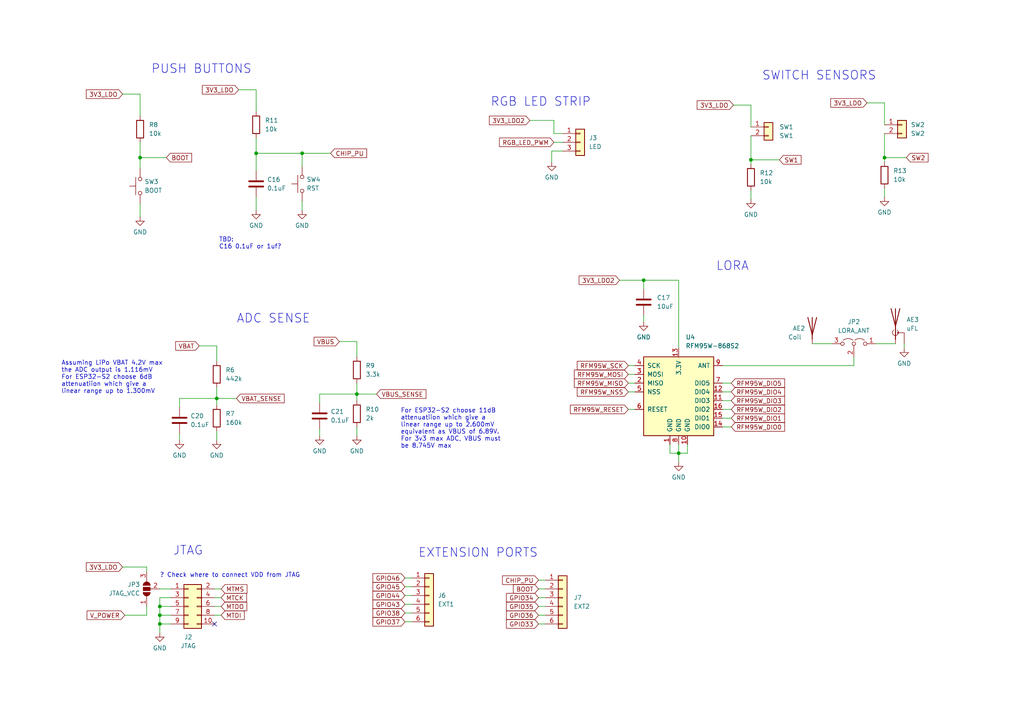
<source format=kicad_sch>
(kicad_sch (version 20211123) (generator eeschema)
  (paper "A4")
  (title_block (title "IoT-PostBox") (date "28.05.2022") (rev "v1.1") (comment 1 "https://github.com/paclema/iot-postbox") (comment 2 "IoT-PostBox board based on ESP32-S2"))
  (lib_symbols
    (symbol "Connector_Generic:Conn_01x02" (pin_names (offset 1.016) hide)
      (property "Reference" "J" (at 0 2.54 0))
      (property "Value" "Conn_01x02" (at 0 -5.08 0))
      (symbol "Conn_01x02_1_1"
        (rectangle (start -1.27 -2.413) (end 0 -2.667) (stroke (width 0.1524)))
        (rectangle (start -1.27 0.127) (end 0 -0.127) (stroke (width 0.1524)))
        (rectangle (start -1.27 1.27) (end 1.27 -3.81) (stroke (width 0.254)) (fill (type background)))
        (pin passive line (at -5.08 0 0) (length 3.81) (name "Pin_1") (number "1"))
        (pin passive line (at -5.08 -2.54 0) (length 3.81) (name "Pin_2") (number "2"))
      )
    )
    (symbol "Connector_Generic:Conn_01x03" (pin_names (offset 1.016) hide)
      (property "Reference" "J" (at 0 5.08 0))
      (property "Value" "Conn_01x03" (at 0 -5.08 0))
      (symbol "Conn_01x03_1_1"
        (rectangle (start -1.27 -2.413) (end 0 -2.667) (stroke (width 0.1524)))
        (rectangle (start -1.27 0.127) (end 0 -0.127) (stroke (width 0.1524)))
        (rectangle (start -1.27 2.667) (end 0 2.413) (stroke (width 0.1524)))
        (rectangle (start -1.27 3.81) (end 1.27 -3.81) (stroke (width 0.254)) (fill (type background)))
        (pin passive line (at -5.08 2.54 0) (length 3.81) (name "Pin_1") (number "1"))
        (pin passive line (at -5.08 0 0) (length 3.81) (name "Pin_2") (number "2"))
        (pin passive line (at -5.08 -2.54 0) (length 3.81) (name "Pin_3") (number "3"))
      )
    )
    (symbol "Connector_Generic:Conn_01x06" (pin_names (offset 1.016) hide)
      (property "Reference" "J" (at 0 7.62 0))
      (property "Value" "Conn_01x06" (at 0 -10.16 0))
      (symbol "Conn_01x06_1_1"
        (rectangle (start -1.27 -7.493) (end 0 -7.747) (stroke (width 0.1524)))
        (rectangle (start -1.27 -4.953) (end 0 -5.207) (stroke (width 0.1524)))
        (rectangle (start -1.27 -2.413) (end 0 -2.667) (stroke (width 0.1524)))
        (rectangle (start -1.27 0.127) (end 0 -0.127) (stroke (width 0.1524)))
        (rectangle (start -1.27 2.667) (end 0 2.413) (stroke (width 0.1524)))
        (rectangle (start -1.27 5.207) (end 0 4.953) (stroke (width 0.1524)))
        (rectangle (start -1.27 6.35) (end 1.27 -8.89) (stroke (width 0.254)) (fill (type background)))
        (pin passive line (at -5.08 5.08 0) (length 3.81) (name "Pin_1") (number "1"))
        (pin passive line (at -5.08 2.54 0) (length 3.81) (name "Pin_2") (number "2"))
        (pin passive line (at -5.08 0 0) (length 3.81) (name "Pin_3") (number "3"))
        (pin passive line (at -5.08 -2.54 0) (length 3.81) (name "Pin_4") (number "4"))
        (pin passive line (at -5.08 -5.08 0) (length 3.81) (name "Pin_5") (number "5"))
        (pin passive line (at -5.08 -7.62 0) (length 3.81) (name "Pin_6") (number "6"))
      )
    )
    (symbol "Connector_Generic:Conn_02x05_Odd_Even" (pin_names (offset 1.016) hide)
      (property "Reference" "J" (at 1.27 7.62 0))
      (property "Value" "Conn_02x05_Odd_Even" (at 1.27 -7.62 0))
      (symbol "Conn_02x05_Odd_Even_1_1"
        (rectangle (start -1.27 -4.953) (end 0 -5.207) (stroke (width 0.1524)))
        (rectangle (start -1.27 -2.413) (end 0 -2.667) (stroke (width 0.1524)))
        (rectangle (start -1.27 0.127) (end 0 -0.127) (stroke (width 0.1524)))
        (rectangle (start -1.27 2.667) (end 0 2.413) (stroke (width 0.1524)))
        (rectangle (start -1.27 5.207) (end 0 4.953) (stroke (width 0.1524)))
        (rectangle (start -1.27 6.35) (end 3.81 -6.35) (stroke (width 0.254)) (fill (type background)))
        (rectangle (start 3.81 -4.953) (end 2.54 -5.207) (stroke (width 0.1524)))
        (rectangle (start 3.81 -2.413) (end 2.54 -2.667) (stroke (width 0.1524)))
        (rectangle (start 3.81 0.127) (end 2.54 -0.127) (stroke (width 0.1524)))
        (rectangle (start 3.81 2.667) (end 2.54 2.413) (stroke (width 0.1524)))
        (rectangle (start 3.81 5.207) (end 2.54 4.953) (stroke (width 0.1524)))
        (pin passive line (at -5.08 5.08 0) (length 3.81) (name "Pin_1") (number "1"))
        (pin passive line (at 7.62 -5.08 180) (length 3.81) (name "Pin_10") (number "10"))
        (pin passive line (at 7.62 5.08 180) (length 3.81) (name "Pin_2") (number "2"))
        (pin passive line (at -5.08 2.54 0) (length 3.81) (name "Pin_3") (number "3"))
        (pin passive line (at 7.62 2.54 180) (length 3.81) (name "Pin_4") (number "4"))
        (pin passive line (at -5.08 0 0) (length 3.81) (name "Pin_5") (number "5"))
        (pin passive line (at 7.62 0 180) (length 3.81) (name "Pin_6") (number "6"))
        (pin passive line (at -5.08 -2.54 0) (length 3.81) (name "Pin_7") (number "7"))
        (pin passive line (at 7.62 -2.54 180) (length 3.81) (name "Pin_8") (number "8"))
        (pin passive line (at -5.08 -5.08 0) (length 3.81) (name "Pin_9") (number "9"))
      )
    )
    (symbol "Device:Antenna" (pin_numbers hide) (pin_names (offset 1.016) hide)
      (property "Reference" "AE" (at -1.905 1.905 0))
      (property "Value" "Antenna" (at -1.905 0 0))
      (symbol "Antenna_0_1"
        (polyline (pts (xy 0 2.54) (xy 0 -3.81)) (stroke (width 0.254)))
        (polyline (pts (xy 1.27 2.54) (xy 0 -2.54) (xy -1.27 2.54)) (stroke (width 0.254)))
      )
      (symbol "Antenna_1_1"
        (pin input line (at 0 -5.08 90) (length 2.54) (name "A") (number "1"))
      )
    )
    (symbol "Device:Antenna_Shield" (pin_numbers hide) (pin_names (offset 1.016) hide)
      (property "Reference" "AE" (at -1.905 4.445 0))
      (property "Value" "Antenna_Shield" (at -1.905 2.54 0))
      (symbol "Antenna_Shield_0_1"
        (arc (start -0.508 -1.143) (mid -0.8429 -2.1194) (end 0 -2.667))
        (arc (start 0 -2.667) (mid 0.7989 -2.1052) (end 0.508 -1.143))
        (polyline (pts (xy 0 -2.54) (xy 0 0)))
        (polyline (pts (xy 0 5.08) (xy 0 -3.81)) (stroke (width 0.254)))
        (polyline (pts (xy 0.762 -1.905) (xy 2.54 -1.905)))
        (polyline (pts (xy 2.54 -2.54) (xy 2.54 -1.905)))
        (polyline (pts (xy 1.27 5.08) (xy 0 0) (xy -1.27 5.08)) (stroke (width 0.254)))
        (circle (center 0.762 -1.905) (radius 0.1778) (fill (type outline)))
      )
      (symbol "Antenna_Shield_1_1"
        (pin input line (at 0 -5.08 90) (length 2.54) (name "A") (number "1"))
        (pin input line (at 2.54 -5.08 90) (length 2.54) (name "Shield") (number "2"))
      )
    )
    (symbol "Device:C" (pin_numbers hide) (pin_names (offset 0.254))
      (property "Reference" "C" (at 0.635 2.54 0))
      (property "Value" "C" (at 0.635 -2.54 0))
      (symbol "C_0_1"
        (polyline (pts (xy -2.032 -0.762) (xy 2.032 -0.762)) (stroke (width 0.508)))
        (polyline (pts (xy -2.032 0.762) (xy 2.032 0.762)) (stroke (width 0.508)))
      )
      (symbol "C_1_1"
        (pin passive line (at 0 3.81 270) (length 2.794) (name "~") (number "1"))
        (pin passive line (at 0 -3.81 90) (length 2.794) (name "~") (number "2"))
      )
    )
    (symbol "Device:R" (pin_numbers hide) (pin_names (offset 0))
      (property "Reference" "R" (at 2.032 0 90))
      (property "Value" "R" (at 0 0 90))
      (symbol "R_0_1"
        (rectangle (start -1.016 -2.54) (end 1.016 2.54) (stroke (width 0.254)))
      )
      (symbol "R_1_1"
        (pin passive line (at 0 3.81 270) (length 1.27) (name "~") (number "1"))
        (pin passive line (at 0 -3.81 90) (length 1.27) (name "~") (number "2"))
      )
    )
    (symbol "Jumper:Jumper_3_Open" (pin_names (offset 0) hide)
      (property "Reference" "JP" (at -2.54 -2.54 0))
      (property "Value" "Jumper_3_Open" (at 0 2.794 0))
      (symbol "Jumper_3_Open_0_0"
        (circle (center -3.302 0) (radius 0.508))
        (circle (center 0 0) (radius 0.508))
        (circle (center 3.302 0) (radius 0.508))
      )
      (symbol "Jumper_3_Open_0_1"
        (arc (start -0.254 1.016) (mid -1.651 1.4992) (end -3.048 1.016))
        (polyline (pts (xy 0 -0.508) (xy 0 -1.27)))
        (arc (start 3.048 1.016) (mid 1.651 1.4992) (end 0.254 1.016))
      )
      (symbol "Jumper_3_Open_1_1"
        (pin passive line (at -6.35 0 0) (length 2.54) (name "A") (number "1"))
        (pin passive line (at 0 -3.81 90) (length 2.54) (name "C") (number "2"))
        (pin passive line (at 6.35 0 180) (length 2.54) (name "B") (number "3"))
      )
    )
    (symbol "Jumper:SolderJumper_3_Open" (pin_names (offset 0) hide)
      (property "Reference" "JP" (at -2.54 -2.54 0))
      (property "Value" "SolderJumper_3_Open" (at 0 2.794 0))
      (symbol "SolderJumper_3_Open_0_1"
        (arc (start -1.016 1.016) (mid -2.032 0) (end -1.016 -1.016))
        (arc (start -1.016 1.016) (mid -2.032 0) (end -1.016 -1.016) (fill (type outline)))
        (rectangle (start -0.508 1.016) (end 0.508 -1.016) (fill (type outline)))
        (polyline (pts (xy -2.54 0) (xy -2.032 0)))
        (polyline (pts (xy -1.016 1.016) (xy -1.016 -1.016)))
        (polyline (pts (xy 0 -1.27) (xy 0 -1.016)))
        (polyline (pts (xy 1.016 1.016) (xy 1.016 -1.016)))
        (polyline (pts (xy 2.54 0) (xy 2.032 0)))
        (arc (start 1.016 -1.016) (mid 2.032 0) (end 1.016 1.016))
        (arc (start 1.016 -1.016) (mid 2.032 0) (end 1.016 1.016) (fill (type outline)))
      )
      (symbol "SolderJumper_3_Open_1_1"
        (pin passive line (at -5.08 0 0) (length 2.54) (name "A") (number "1"))
        (pin passive line (at 0 -3.81 90) (length 2.54) (name "C") (number "2"))
        (pin passive line (at 5.08 0 180) (length 2.54) (name "B") (number "3"))
      )
    )
    (symbol "RF_Module:RFM95W-868S2" (pin_names (offset 1.016))
      (property "Reference" "U" (at -10.414 11.684 0))
      (property "Value" "RFM95W-868S2" (at 1.524 11.43 0))
      (symbol "RFM95W-868S2_0_1"
        (rectangle (start -10.16 10.16) (end 10.16 -12.7) (stroke (width 0.254)) (fill (type background)))
      )
      (symbol "RFM95W-868S2_1_1"
        (pin power_in line (at -2.54 -15.24 90) (length 2.54) (name "GND") (number "1"))
        (pin power_in line (at 2.54 -15.24 90) (length 2.54) (name "GND") (number "10"))
        (pin bidirectional line (at 12.7 -2.54 180) (length 2.54) (name "DIO3") (number "11"))
        (pin bidirectional line (at 12.7 0 180) (length 2.54) (name "DIO4") (number "12"))
        (pin power_in line (at 0 12.7 270) (length 2.54) (name "3.3V") (number "13"))
        (pin bidirectional line (at 12.7 -10.16 180) (length 2.54) (name "DIO0") (number "14"))
        (pin bidirectional line (at 12.7 -7.62 180) (length 2.54) (name "DIO1") (number "15"))
        (pin bidirectional line (at 12.7 -5.08 180) (length 2.54) (name "DIO2") (number "16"))
        (pin output line (at -12.7 2.54 0) (length 2.54) (name "MISO") (number "2"))
        (pin input line (at -12.7 5.08 0) (length 2.54) (name "MOSI") (number "3"))
        (pin input line (at -12.7 7.62 0) (length 2.54) (name "SCK") (number "4"))
        (pin input line (at -12.7 0 0) (length 2.54) (name "NSS") (number "5"))
        (pin bidirectional line (at -12.7 -5.08 0) (length 2.54) (name "RESET") (number "6"))
        (pin bidirectional line (at 12.7 2.54 180) (length 2.54) (name "DIO5") (number "7"))
        (pin power_in line (at 0 -15.24 90) (length 2.54) (name "GND") (number "8"))
        (pin bidirectional line (at 12.7 7.62 180) (length 2.54) (name "ANT") (number "9"))
      )
    )
    (symbol "Switch:SW_Push" (pin_numbers hide) (pin_names (offset 1.016) hide)
      (property "Reference" "SW" (at 1.27 2.54 0))
      (property "Value" "SW_Push" (at 0 -1.524 0))
      (symbol "SW_Push_0_1"
        (circle (center -2.032 0) (radius 0.508))
        (polyline (pts (xy 0 1.27) (xy 0 3.048)))
        (polyline (pts (xy 2.54 1.27) (xy -2.54 1.27)))
        (circle (center 2.032 0) (radius 0.508))
        (pin passive line (at -5.08 0 0) (length 2.54) (name "1") (number "1"))
        (pin passive line (at 5.08 0 180) (length 2.54) (name "2") (number "2"))
      )
    )
    (symbol "power:GND" (power) (pin_names (offset 0))
      (property "Value" "GND" (at 0 -3.81 0))
      (symbol "GND_0_1"
        (polyline (pts (xy 0 0) (xy 0 -1.27) (xy 1.27 -1.27) (xy 0 -2.54) (xy -1.27 -1.27) (xy 0 -1.27)))
      )
      (symbol "GND_1_1"
        (pin power_in line (at 0 0 270) (length 0) hide (name "GND") (number "1"))
      )
    )
  )
  (junction (at 74.295 44.45))
  (junction (at 217.805 46.355))
  (junction (at 196.85 131.445))
  (junction (at 256.54 45.72))
  (junction (at 46.355 178.435))
  (junction (at 40.64 45.72))
  (junction (at 87.63 44.45))
  (junction (at 103.505 114.3))
  (junction (at 62.865 115.57))
  (junction (at 46.355 175.895))
  (junction (at 186.69 81.28))
  (junction (at 46.355 180.975))
  (no_connect (at 62.23 180.975))
  (wire (pts (xy 40.64 45.72) (xy 40.64 48.895)))
  (wire (pts (xy 87.63 48.26) (xy 87.63 44.45)))
  (wire (pts (xy 160.655 41.275) (xy 163.195 41.275)))
  (wire (pts (xy 182.245 113.665) (xy 184.15 113.665)))
  (wire (pts (xy 36.195 178.435) (xy 42.545 178.435)))
  (wire (pts (xy 117.475 172.72) (xy 119.38 172.72)))
  (wire (pts (xy 256.54 45.72) (xy 262.89 45.72)))
  (wire (pts (xy 52.07 118.11) (xy 52.07 115.57)))
  (wire (pts (xy 117.475 177.8) (xy 119.38 177.8)))
  (wire (pts (xy 40.64 59.055) (xy 40.64 62.865)))
  (wire (pts (xy 62.23 173.355) (xy 64.135 173.355)))
  (wire (pts (xy 196.85 131.445) (xy 199.39 131.445)))
  (wire (pts (xy 209.55 118.745) (xy 212.09 118.745)))
  (wire (pts (xy 209.55 121.285) (xy 212.09 121.285)))
  (wire (pts (xy 160.655 34.925) (xy 160.655 38.735)))
  (wire (pts (xy 182.245 118.745) (xy 184.15 118.745)))
  (wire (pts (xy 74.295 49.53) (xy 74.295 44.45)))
  (wire (pts (xy 153.67 34.925) (xy 160.655 34.925)))
  (wire (pts (xy 98.425 99.06) (xy 103.505 99.06)))
  (wire (pts (xy 92.71 116.84) (xy 92.71 114.3)))
  (wire (pts (xy 62.865 115.57) (xy 68.58 115.57)))
  (wire (pts (xy 40.64 45.72) (xy 48.26 45.72)))
  (wire (pts (xy 163.195 43.815) (xy 160.02 43.815)))
  (wire (pts (xy 49.53 175.895) (xy 46.355 175.895)))
  (wire (pts (xy 186.69 91.44) (xy 186.69 93.345)))
  (wire (pts (xy 103.505 114.3) (xy 103.505 116.205)))
  (wire (pts (xy 49.53 173.355) (xy 46.355 173.355)))
  (wire (pts (xy 52.07 125.73) (xy 52.07 127.635)))
  (wire (pts (xy 103.505 123.825) (xy 103.505 126.365)))
  (wire (pts (xy 103.505 103.505) (xy 103.505 99.06)))
  (wire (pts (xy 156.21 180.975) (xy 158.115 180.975)))
  (wire (pts (xy 182.245 111.125) (xy 184.15 111.125)))
  (wire (pts (xy 49.53 180.975) (xy 46.355 180.975)))
  (wire (pts (xy 256.54 29.845) (xy 256.54 36.195)))
  (wire (pts (xy 117.475 180.34) (xy 119.38 180.34)))
  (wire (pts (xy 209.55 106.045) (xy 247.65 106.045)))
  (wire (pts (xy 92.71 124.46) (xy 92.71 126.365)))
  (wire (pts (xy 217.805 55.245) (xy 217.805 57.785)))
  (wire (pts (xy 182.245 106.045) (xy 184.15 106.045)))
  (wire (pts (xy 156.21 173.355) (xy 158.115 173.355)))
  (wire (pts (xy 209.55 123.825) (xy 212.09 123.825)))
  (wire (pts (xy 103.505 114.3) (xy 109.22 114.3)))
  (wire (pts (xy 35.56 164.465) (xy 42.545 164.465)))
  (wire (pts (xy 209.55 116.205) (xy 212.09 116.205)))
  (wire (pts (xy 196.85 100.965) (xy 196.85 81.28)))
  (wire (pts (xy 57.785 100.33) (xy 62.865 100.33)))
  (wire (pts (xy 262.255 100.965) (xy 262.255 99.695)))
  (wire (pts (xy 62.23 178.435) (xy 64.135 178.435)))
  (wire (pts (xy 87.63 44.45) (xy 95.885 44.45)))
  (wire (pts (xy 117.475 167.64) (xy 119.38 167.64)))
  (wire (pts (xy 74.295 40.005) (xy 74.295 44.45)))
  (wire (pts (xy 62.23 170.815) (xy 64.135 170.815)))
  (wire (pts (xy 160.02 43.815) (xy 160.02 46.99)))
  (wire (pts (xy 46.355 175.895) (xy 46.355 178.435)))
  (wire (pts (xy 103.505 111.125) (xy 103.505 114.3)))
  (wire (pts (xy 182.245 108.585) (xy 184.15 108.585)))
  (wire (pts (xy 256.54 45.72) (xy 256.54 46.99)))
  (wire (pts (xy 87.63 58.42) (xy 87.63 60.96)))
  (wire (pts (xy 186.69 81.28) (xy 196.85 81.28)))
  (wire (pts (xy 62.865 112.395) (xy 62.865 115.57)))
  (wire (pts (xy 256.54 54.61) (xy 256.54 57.15)))
  (wire (pts (xy 217.805 39.37) (xy 217.805 46.355)))
  (wire (pts (xy 40.64 41.275) (xy 40.64 45.72)))
  (wire (pts (xy 179.705 81.28) (xy 186.69 81.28)))
  (wire (pts (xy 46.355 173.355) (xy 46.355 175.895)))
  (wire (pts (xy 117.475 170.18) (xy 119.38 170.18)))
  (wire (pts (xy 186.69 81.28) (xy 186.69 83.82)))
  (wire (pts (xy 74.295 57.15) (xy 74.295 60.96)))
  (wire (pts (xy 196.85 131.445) (xy 196.85 133.985)))
  (wire (pts (xy 209.55 113.665) (xy 212.09 113.665)))
  (wire (pts (xy 62.865 115.57) (xy 62.865 117.475)))
  (wire (pts (xy 209.55 111.125) (xy 212.09 111.125)))
  (wire (pts (xy 156.21 170.815) (xy 158.115 170.815)))
  (wire (pts (xy 40.64 27.305) (xy 40.64 33.655)))
  (wire (pts (xy 46.355 170.815) (xy 49.53 170.815)))
  (wire (pts (xy 251.46 29.845) (xy 256.54 29.845)))
  (wire (pts (xy 69.215 26.035) (xy 74.295 26.035)))
  (wire (pts (xy 42.545 175.895) (xy 42.545 178.435)))
  (wire (pts (xy 49.53 178.435) (xy 46.355 178.435)))
  (wire (pts (xy 52.07 115.57) (xy 62.865 115.57)))
  (wire (pts (xy 160.655 38.735) (xy 163.195 38.735)))
  (wire (pts (xy 156.21 178.435) (xy 158.115 178.435)))
  (wire (pts (xy 92.71 114.3) (xy 103.505 114.3)))
  (wire (pts (xy 117.475 175.26) (xy 119.38 175.26)))
  (wire (pts (xy 247.65 106.045) (xy 247.65 103.505)))
  (wire (pts (xy 194.31 128.905) (xy 194.31 131.445)))
  (wire (pts (xy 196.85 128.905) (xy 196.85 131.445)))
  (wire (pts (xy 74.295 26.035) (xy 74.295 32.385)))
  (wire (pts (xy 241.3 99.695) (xy 235.585 99.695)))
  (wire (pts (xy 35.56 27.305) (xy 40.64 27.305)))
  (wire (pts (xy 212.725 30.48) (xy 217.805 30.48)))
  (wire (pts (xy 156.21 168.275) (xy 158.115 168.275)))
  (wire (pts (xy 62.865 125.095) (xy 62.865 127.635)))
  (wire (pts (xy 217.805 46.355) (xy 226.06 46.355)))
  (wire (pts (xy 62.865 104.775) (xy 62.865 100.33)))
  (wire (pts (xy 194.31 131.445) (xy 196.85 131.445)))
  (wire (pts (xy 217.805 46.355) (xy 217.805 47.625)))
  (wire (pts (xy 199.39 131.445) (xy 199.39 128.905)))
  (wire (pts (xy 62.23 175.895) (xy 64.135 175.895)))
  (wire (pts (xy 46.355 178.435) (xy 46.355 180.975)))
  (wire (pts (xy 254 99.695) (xy 259.715 99.695)))
  (wire (pts (xy 74.295 44.45) (xy 87.63 44.45)))
  (wire (pts (xy 217.805 30.48) (xy 217.805 36.83)))
  (wire (pts (xy 256.54 38.735) (xy 256.54 45.72)))
  (wire (pts (xy 156.21 175.895) (xy 158.115 175.895)))
  (wire (pts (xy 46.355 180.975) (xy 46.355 183.515)))
  (wire (pts (xy 42.545 164.465) (xy 42.545 165.735)))
  (text "RGB LED STRIP" (at 142.24 31.115 0) (effects (font (size 2.54 2.54)) (justify left bottom)))
  (text "PUSH BUTTONS" (at 43.815 21.59 0) (effects (font (size 2.54 2.54)) (justify left bottom)))
  (text "TBD:\nC16 0.1uF or 1uf?" (at 63.5 72.39 0) (effects (font (size 1.27 1.27)) (justify left bottom)))
  (text "? Check where to connect VDD from JTAG" (at 46.355 167.64 0) (effects (font (size 1.27 1.27)) (justify left bottom)))
  (text "SWITCH SENSORS" (at 220.98 23.495 0) (effects (font (size 2.54 2.54)) (justify left bottom)))
  (text "Assuming LiPo VBAT 4.2V max\nthe ADC output is 1.116mV\nFor ESP32-S2 choose 6dB\nattenuatiion which give a\nlinear range up to 1.300mV" (at 17.78 114.3 0) (effects (font (size 1.27 1.27)) (justify left bottom)))
  (text "LORA" (at 207.645 78.74 0) (effects (font (size 2.54 2.54)) (justify left bottom)))
  (text "For ESP32-S2 choose 11dB\nattenuatiion which give a\nlinear range up to 2.600mV\nequivalent as VBUS of 6.89V.\nFor 3v3 max ADC, VBUS must\nbe 8.745V max " (at 116.205 130.175 0) (effects (font (size 1.27 1.27)) (justify left bottom)))
  (text "ADC SENSE" (at 68.58 93.98 0) (effects (font (size 2.54 2.54)) (justify left bottom)))
  (text "EXTENSION PORTS" (at 121.285 161.925 0) (effects (font (size 2.54 2.54)) (justify left bottom)))
  (text "JTAG" (at 50.165 161.29 0) (effects (font (size 2.54 2.54)) (justify left bottom)))
  (global_label "GPIO36" (shape input) (at 156.21 178.435 180) (property "Intersheet References" "${INTERSHEET_REFS}" (effects hide)))
  (global_label "BOOT" (shape input) (at 48.26 45.72 0) (property "Intersheet References" "${INTERSHEET_REFS}" (effects hide)))
  (global_label "3V3_LDO" (shape input) (at 251.46 29.845 180) (property "Intersheet References" "${INTERSHEET_REFS}" (effects hide)))
  (global_label "GPIO38" (shape input) (at 117.475 177.8 180) (property "Intersheet References" "${INTERSHEET_REFS}" (effects hide)))
  (global_label "3V3_LDO2" (shape input) (at 179.705 81.28 180) (property "Intersheet References" "${INTERSHEET_REFS}" (effects hide)))
  (global_label "V_POWER" (shape input) (at 36.195 178.435 180) (property "Intersheet References" "${INTERSHEET_REFS}" (effects hide)))
  (global_label "RFM95W_MISO" (shape input) (at 182.245 111.125 180) (property "Intersheet References" "${INTERSHEET_REFS}" (effects hide)))
  (global_label "RFM95W_NSS" (shape input) (at 182.245 113.665 180) (property "Intersheet References" "${INTERSHEET_REFS}" (effects hide)))
  (global_label "RFM95W_DIO2" (shape input) (at 212.09 118.745 0) (property "Intersheet References" "${INTERSHEET_REFS}" (effects hide)))
  (global_label "GPIO44" (shape input) (at 117.475 172.72 180) (property "Intersheet References" "${INTERSHEET_REFS}" (effects hide)))
  (global_label "VBUS_SENSE" (shape input) (at 109.22 114.3 0) (property "Intersheet References" "${INTERSHEET_REFS}" (effects hide)))
  (global_label "3V3_LDO" (shape input) (at 35.56 27.305 180) (property "Intersheet References" "${INTERSHEET_REFS}" (effects hide)))
  (global_label "RFM95W_SCK" (shape input) (at 182.245 106.045 180) (property "Intersheet References" "${INTERSHEET_REFS}" (effects hide)))
  (global_label "GPIO35" (shape input) (at 156.21 175.895 180) (property "Intersheet References" "${INTERSHEET_REFS}" (effects hide)))
  (global_label "GPIO43" (shape input) (at 117.475 175.26 180) (property "Intersheet References" "${INTERSHEET_REFS}" (effects hide)))
  (global_label "3V3_LDO" (shape input) (at 69.215 26.035 180) (property "Intersheet References" "${INTERSHEET_REFS}" (effects hide)))
  (global_label "SW1" (shape input) (at 226.06 46.355 0) (property "Intersheet References" "${INTERSHEET_REFS}" (effects hide)))
  (global_label "RFM95W_DIO0" (shape input) (at 212.09 123.825 0) (property "Intersheet References" "${INTERSHEET_REFS}" (effects hide)))
  (global_label "GPIO46" (shape input) (at 117.475 167.64 180) (property "Intersheet References" "${INTERSHEET_REFS}" (effects hide)))
  (global_label "RFM95W_DIO1" (shape input) (at 212.09 121.285 0) (property "Intersheet References" "${INTERSHEET_REFS}" (effects hide)))
  (global_label "GPIO45" (shape input) (at 117.475 170.18 180) (property "Intersheet References" "${INTERSHEET_REFS}" (effects hide)))
  (global_label "VBAT" (shape input) (at 57.785 100.33 180) (property "Intersheet References" "${INTERSHEET_REFS}" (effects hide)))
  (global_label "MTCK" (shape input) (at 64.135 173.355 0) (property "Intersheet References" "${INTERSHEET_REFS}" (effects hide)))
  (global_label "VBAT_SENSE" (shape input) (at 68.58 115.57 0) (property "Intersheet References" "${INTERSHEET_REFS}" (effects hide)))
  (global_label "GPIO33" (shape input) (at 156.21 180.975 180) (property "Intersheet References" "${INTERSHEET_REFS}" (effects hide)))
  (global_label "3V3_LDO" (shape input) (at 212.725 30.48 180) (property "Intersheet References" "${INTERSHEET_REFS}" (effects hide)))
  (global_label "GPIO37" (shape input) (at 117.475 180.34 180) (property "Intersheet References" "${INTERSHEET_REFS}" (effects hide)))
  (global_label "CHIP_PU" (shape input) (at 95.885 44.45 0) (property "Intersheet References" "${INTERSHEET_REFS}" (effects hide)))
  (global_label "RFM95W_RESET" (shape input) (at 182.245 118.745 180) (property "Intersheet References" "${INTERSHEET_REFS}" (effects hide)))
  (global_label "MTDO" (shape input) (at 64.135 175.895 0) (property "Intersheet References" "${INTERSHEET_REFS}" (effects hide)))
  (global_label "RFM95W_MOSI" (shape input) (at 182.245 108.585 180) (property "Intersheet References" "${INTERSHEET_REFS}" (effects hide)))
  (global_label "BOOT" (shape input) (at 156.21 170.815 180) (property "Intersheet References" "${INTERSHEET_REFS}" (effects hide)))
  (global_label "3V3_LDO2" (shape input) (at 153.67 34.925 180) (property "Intersheet References" "${INTERSHEET_REFS}" (effects hide)))
  (global_label "RFM95W_DIO5" (shape input) (at 212.09 111.125 0) (property "Intersheet References" "${INTERSHEET_REFS}" (effects hide)))
  (global_label "SW2" (shape input) (at 262.89 45.72 0) (property "Intersheet References" "${INTERSHEET_REFS}" (effects hide)))
  (global_label "RFM95W_DIO3" (shape input) (at 212.09 116.205 0) (property "Intersheet References" "${INTERSHEET_REFS}" (effects hide)))
  (global_label "MTDI" (shape input) (at 64.135 178.435 0) (property "Intersheet References" "${INTERSHEET_REFS}" (effects hide)))
  (global_label "VBUS" (shape input) (at 98.425 99.06 180) (property "Intersheet References" "${INTERSHEET_REFS}" (effects hide)))
  (global_label "MTMS" (shape input) (at 64.135 170.815 0) (property "Intersheet References" "${INTERSHEET_REFS}" (effects hide)))
  (global_label "3V3_LDO" (shape input) (at 35.56 164.465 180) (property "Intersheet References" "${INTERSHEET_REFS}" (effects hide)))
  (global_label "RGB_LED_PWM" (shape input) (at 160.655 41.275 180) (property "Intersheet References" "${INTERSHEET_REFS}" (effects hide)))
  (global_label "RFM95W_DIO4" (shape input) (at 212.09 113.665 0) (property "Intersheet References" "${INTERSHEET_REFS}" (effects hide)))
  (global_label "GPIO34" (shape input) (at 156.21 173.355 180) (property "Intersheet References" "${INTERSHEET_REFS}" (effects hide)))
  (global_label "CHIP_PU" (shape input) (at 156.21 168.275 180) (property "Intersheet References" "${INTERSHEET_REFS}" (effects hide)))
  (symbol (lib_id "Jumper:Jumper_3_Open") (at 247.65 99.695 0) (mirror y) (unit 1)
    (property "Reference" "JP2" (at 247.65 93.345 0))
    (property "Value" "LORA_ANT" (at 247.65 95.885 0))
    (property "Footprint" "iot-postbox:Jumper_0402_x3" (effects hide))
    (property "Mouser" "AC0402JR-130RL" (effects hide))
  )
  (symbol (lib_id "Connector_Generic:Conn_01x03") (at 168.275 41.275 0) (unit 1)
    (property "Reference" "J3" (at 170.815 40.0049 0) (effects (justify left)))
    (property "Value" "LED" (at 170.815 42.5449 0) (effects (justify left)))
    (property "Footprint" "Connector_PinHeader_2.54mm:PinHeader_1x03_P2.54mm_Vertical" (effects hide))
  )
  (symbol (lib_id "Device:C") (at 186.69 87.63 0) (unit 1)
    (property "Reference" "C17" (at 190.5 86.3599 0) (effects (justify left)))
    (property "Value" "10uF" (at 190.5 88.8999 0) (effects (justify left)))
    (property "Footprint" "Capacitor_SMD:C_1206_3216Metric" (effects hide))
    (property "Mouser" "CL31A106KAHNNNF" (effects hide))
  )
  (symbol (lib_id "Device:R") (at 103.505 120.015 0) (unit 1)
    (property "Reference" "R10" (at 106.045 118.7449 0) (effects (justify left)))
    (property "Value" "2k" (at 106.045 121.2849 0) (effects (justify left)))
    (property "Footprint" "Resistor_SMD:R_0805_2012Metric" (effects hide))
    (property "Mouser" "RT0805FRE072KL" (effects hide))
  )
  (symbol (lib_id "Connector_Generic:Conn_01x06") (at 163.195 173.355 0) (unit 1)
    (property "Reference" "J7" (at 166.37 173.3549 0) (effects (justify left)))
    (property "Value" "EXT2" (at 166.37 175.8949 0) (effects (justify left)))
    (property "Footprint" "Connector_PinHeader_2.54mm:PinHeader_1x06_P2.54mm_Vertical" (effects hide))
  )
  (symbol (lib_id "Device:R") (at 74.295 36.195 0) (unit 1)
    (property "Reference" "R11" (at 76.835 34.9249 0) (effects (justify left)))
    (property "Value" "10k" (at 76.835 37.4649 0) (effects (justify left)))
    (property "Footprint" "Resistor_SMD:R_0603_1608Metric" (effects hide))
    (property "Mouser" "RC0603JR-0710KL" (effects hide))
  )
  (symbol (lib_id "power:GND") (at 74.295 60.96 0) (unit 1)
    (property "Reference" "#PWR025" (effects hide))
    (property "Value" "GND" (at 74.295 65.405 0))
  )
  (symbol (lib_id "power:GND") (at 186.69 93.345 0) (unit 1)
    (property "Reference" "#PWR028" (effects hide))
    (property "Value" "GND" (at 186.69 97.79 0))
  )
  (symbol (lib_id "power:GND") (at 87.63 60.96 0) (unit 1)
    (property "Reference" "#PWR026" (effects hide))
    (property "Value" "GND" (at 87.63 65.405 0))
  )
  (symbol (lib_id "Jumper:SolderJumper_3_Open") (at 42.545 170.815 90) (unit 1)
    (property "Reference" "JP3" (at 40.64 169.5449 90) (effects (justify left)))
    (property "Value" "JTAG_VCC" (at 40.64 172.0849 90) (effects (justify left)))
    (property "Footprint" "Jumper:SolderJumper-3_P2.0mm_Open_TrianglePad1.0x1.5mm_NumberLabels" (effects hide))
    (property "Mouser" "-" (effects hide))
  )
  (symbol (lib_id "Switch:SW_Push") (at 87.63 53.34 90) (unit 1)
    (property "Reference" "SW4" (at 88.9 52.0699 90) (effects (justify right)))
    (property "Value" "RST" (at 88.9 54.6099 90) (effects (justify right)))
    (property "Footprint" "Button_Switch_SMD:SW_Push_SPST_NO_Alps_SKRK" (effects hide))
    (property "LCSC" "C843669" (effects hide))
  )
  (symbol (lib_id "power:GND") (at 256.54 57.15 0) (unit 1)
    (property "Reference" "#PWR032" (effects hide))
    (property "Value" "GND" (at 256.54 61.595 0))
  )
  (symbol (lib_id "power:GND") (at 62.865 127.635 0) (unit 1)
    (property "Reference" "#PWR021" (effects hide))
    (property "Value" "GND" (at 62.865 132.08 0))
  )
  (symbol (lib_id "Device:R") (at 217.805 51.435 0) (unit 1)
    (property "Reference" "R12" (at 220.345 50.1649 0) (effects (justify left)))
    (property "Value" "10k" (at 220.345 52.7049 0) (effects (justify left)))
    (property "Footprint" "Resistor_SMD:R_0603_1608Metric" (effects hide))
    (property "Mouser" "RC0603JR-0710KL" (effects hide))
  )
  (symbol (lib_id "Device:R") (at 256.54 50.8 0) (unit 1)
    (property "Reference" "R13" (at 259.08 49.5299 0) (effects (justify left)))
    (property "Value" "10k" (at 259.08 52.0699 0) (effects (justify left)))
    (property "Footprint" "Resistor_SMD:R_0603_1608Metric" (effects hide))
    (property "Mouser" "RC0603JR-0710KL" (effects hide))
  )
  (symbol (lib_id "Connector_Generic:Conn_01x02") (at 222.885 36.83 0) (unit 1)
    (property "Reference" "SW1" (at 226.06 36.8299 0) (effects (justify left)))
    (property "Value" "SW1" (at 226.06 39.3699 0) (effects (justify left)))
    (property "Footprint" "Connector_PinHeader_2.54mm:PinHeader_1x02_P2.54mm_Vertical" (effects hide))
  )
  (symbol (lib_id "Connector_Generic:Conn_01x06") (at 124.46 172.72 0) (unit 1)
    (property "Reference" "J6" (at 127 172.7199 0) (effects (justify left)))
    (property "Value" "EXT1" (at 127 175.2599 0) (effects (justify left)))
    (property "Footprint" "Connector_PinHeader_2.54mm:PinHeader_1x06_P2.54mm_Vertical" (effects hide))
  )
  (symbol (lib_id "Connector_Generic:Conn_02x05_Odd_Even") (at 54.61 175.895 0) (unit 1)
    (property "Reference" "J2" (at 54.61 184.785 0))
    (property "Value" "JTAG" (at 54.61 187.325 0))
    (property "Footprint" "Connector_PinHeader_2.54mm:PinHeader_2x05_P2.54mm_Vertical_SMD" (effects hide))
    (property "LCSC" "C124391" (effects hide))
  )
  (symbol (lib_id "power:GND") (at 103.505 126.365 0) (unit 1)
    (property "Reference" "#PWR024" (effects hide))
    (property "Value" "GND" (at 103.505 130.81 0))
  )
  (symbol (lib_id "power:GND") (at 52.07 127.635 0) (unit 1)
    (property "Reference" "#PWR040" (effects hide))
    (property "Value" "GND" (at 52.07 132.08 0))
  )
  (symbol (lib_id "power:GND") (at 262.255 100.965 0) (unit 1)
    (property "Reference" "#PWR033" (effects hide))
    (property "Value" "GND" (at 262.255 105.41 0))
  )
  (symbol (lib_id "Device:R") (at 40.64 37.465 0) (unit 1)
    (property "Reference" "R8" (at 43.18 36.1949 0) (effects (justify left)))
    (property "Value" "10k" (at 43.18 38.7349 0) (effects (justify left)))
    (property "Footprint" "Resistor_SMD:R_0603_1608Metric" (effects hide))
    (property "Mouser" "RC0603JR-0710KL" (effects hide))
  )
  (symbol (lib_id "Device:R") (at 62.865 108.585 0) (unit 1)
    (property "Reference" "R6" (at 65.405 107.3149 0) (effects (justify left)))
    (property "Value" "442k" (at 65.405 109.8549 0) (effects (justify left)))
    (property "Footprint" "Resistor_SMD:R_0805_2012Metric" (effects hide))
    (property "Mouser" "RC0805FR-07442KL" (effects hide))
  )
  (symbol (lib_id "power:GND") (at 46.355 183.515 0) (unit 1)
    (property "Reference" "#PWR022" (effects hide))
    (property "Value" "GND" (at 46.355 187.96 0))
  )
  (symbol (lib_id "Device:R") (at 62.865 121.285 0) (unit 1)
    (property "Reference" "R7" (at 65.405 120.0149 0) (effects (justify left)))
    (property "Value" "160k" (at 65.405 122.5549 0) (effects (justify left)))
    (property "Footprint" "Resistor_SMD:R_0805_2012Metric" (effects hide))
    (property "Mouser" "CR0805-FX-1603ELF" (effects hide))
  )
  (symbol (lib_id "power:GND") (at 217.805 57.785 0) (unit 1)
    (property "Reference" "#PWR030" (effects hide))
    (property "Value" "GND" (at 217.805 62.23 0))
  )
  (symbol (lib_id "Switch:SW_Push") (at 40.64 53.975 90) (unit 1)
    (property "Reference" "SW3" (at 41.91 52.7049 90) (effects (justify right)))
    (property "Value" "BOOT" (at 41.91 55.2449 90) (effects (justify right)))
    (property "Footprint" "Button_Switch_SMD:SW_Push_SPST_NO_Alps_SKRK" (effects hide))
    (property "LCSC" "C843669" (effects hide))
  )
  (symbol (lib_id "power:GND") (at 40.64 62.865 0) (unit 1)
    (property "Reference" "#PWR023" (effects hide))
    (property "Value" "GND" (at 40.64 67.31 0))
  )
  (symbol (lib_id "power:GND") (at 92.71 126.365 0) (unit 1)
    (property "Reference" "#PWR041" (effects hide))
    (property "Value" "GND" (at 92.71 130.81 0))
  )
  (symbol (lib_id "power:GND") (at 160.02 46.99 0) (unit 1)
    (property "Reference" "#PWR027" (effects hide))
    (property "Value" "GND" (at 160.02 51.435 0))
  )
  (symbol (lib_id "Device:R") (at 103.505 107.315 0) (unit 1)
    (property "Reference" "R9" (at 106.045 106.0449 0) (effects (justify left)))
    (property "Value" "3.3k" (at 106.045 108.5849 0) (effects (justify left)))
    (property "Footprint" "Resistor_SMD:R_0805_2012Metric" (effects hide))
    (property "Mouser" "RC0805FR-133K3L" (effects hide))
  )
  (symbol (lib_id "power:GND") (at 196.85 133.985 0) (unit 1)
    (property "Reference" "#PWR029" (effects hide))
    (property "Value" "GND" (at 196.85 138.43 0))
  )
  (symbol (lib_id "RF_Module:RFM95W-868S2") (at 196.85 113.665 0) (unit 1)
    (property "Reference" "U4" (at 198.8694 97.79 0) (effects (justify left)))
    (property "Value" "RFM95W-868S2" (at 198.8694 100.33 0) (effects (justify left)))
    (property "Footprint" "RF_Module:HOPERF_RFM9XW_SMD" (effects hide))
    (property "Datasheet" "https://www.hoperf.com/data/upload/portal/20181127/5bfcbea20e9ef.pdf" (effects hide))
    (property "Aliexpress" "https://es.aliexpress.com/item/32810607598.html" (effects hide))
    (property "LCSC" "C2844472" (effects hide))
  )
  (symbol (lib_id "Connector_Generic:Conn_01x02") (at 261.62 36.195 0) (unit 1)
    (property "Reference" "SW2" (at 264.16 36.1949 0) (effects (justify left)))
    (property "Value" "SW2" (at 264.16 38.7349 0) (effects (justify left)))
    (property "Footprint" "Connector_PinHeader_2.54mm:PinHeader_1x02_P2.54mm_Vertical" (effects hide))
  )
  (symbol (lib_id "Device:C") (at 74.295 53.34 0) (unit 1)
    (property "Reference" "C16" (at 77.47 52.0699 0) (effects (justify left)))
    (property "Value" "0.1uF" (at 77.47 54.6099 0) (effects (justify left)))
    (property "Footprint" "Capacitor_SMD:C_0603_1608Metric" (effects hide))
    (property "Mouser" "CL10B104KB8NNWC" (effects hide))
  )
  (symbol (lib_id "Device:C") (at 52.07 121.92 0) (unit 1)
    (property "Reference" "C20" (at 55.245 120.6499 0) (effects (justify left)))
    (property "Value" "0.1uF" (at 55.245 123.1899 0) (effects (justify left)))
    (property "Footprint" "Capacitor_SMD:C_0603_1608Metric" (effects hide))
    (property "Mouser" "CL10B104KB8NNWC" (effects hide))
  )
  (symbol (lib_id "Device:Antenna") (at 235.585 94.615 0) (mirror y) (unit 1)
    (property "Reference" "AE2" (at 229.87 95.25 0) (effects (justify right)))
    (property "Value" "Coil" (at 228.6 97.79 0) (effects (justify right)))
    (property "Footprint" "iot-postbox:868Mhz_sprin_antenna_SW868-TH13" (effects hide))
    (property "LCSC" "T3-868M or VG868SNX18-5W2" (effects hide))
    (property "Aliexpress" "SW868-TH13" (effects hide))
    (property "Mouser" "-" (effects hide))
  )
  (symbol (lib_id "Device:C") (at 92.71 120.65 0) (unit 1)
    (property "Reference" "C21" (at 95.885 119.3799 0) (effects (justify left)))
    (property "Value" "0.1uF" (at 95.885 121.9199 0) (effects (justify left)))
    (property "Footprint" "Capacitor_SMD:C_0603_1608Metric" (effects hide))
    (property "Mouser" "CL10B104KB8NNWC" (effects hide))
  )
  (symbol (lib_id "Device:Antenna_Shield") (at 259.715 94.615 0) (unit 1)
    (property "Reference" "AE3" (at 262.89 92.7099 0) (effects (justify left)))
    (property "Value" "uFL" (at 262.89 95.2499 0) (effects (justify left)))
    (property "Footprint" "Connector_Coaxial:U.FL_Molex_MCRF_73412-0110_Vertical" (effects hide))
    (property "Mouser" "RECE.20279.001E.01" (effects hide))
    (property "LCSC" "C88373 or C88374" (effects hide))
  )
)
</source>
